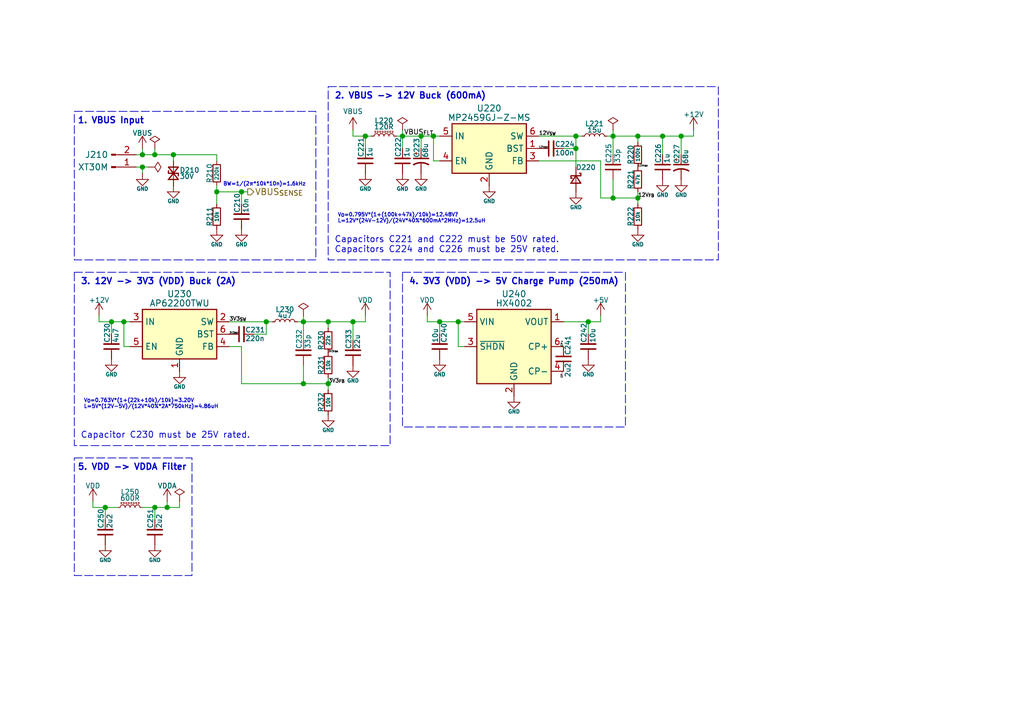
<source format=kicad_sch>
(kicad_sch (version 20250114) (generator "eeschema") (generator_version "9.0")
  (paper "A5")
  (lib_symbols
    (symbol "Bluesat:C_CompactH" (pin_numbers (hide yes)) (pin_names (offset 0.254) (hide yes))
      (property "Reference" "C" (at 0.762 0.889 0))
      (property "Value" "C_CompactH" (at -0.762 0.889 0))
      (symbol "C_CompactH_0_1"
        (polyline (pts (xy -0.508 -1.524) (xy -0.508 1.524)) (stroke (width 0.3048)))
        (polyline (pts (xy 0.508 -1.524) (xy 0.508 1.524)) (stroke (width 0.3302)))
      )
      (symbol "C_CompactH_1_1"
        (pin passive line (at -2.54 0 0) (length 2.032) (name "~") (number "1"))
        (pin passive line (at 2.54 0 180) (length 2.032) (name "~") (number "2"))
      )
    )
    (symbol "Bluesat:C_CompactV" (pin_numbers (hide yes)) (pin_names (offset 0.254) (hide yes))
      (property "Reference" "C" (at 0.889 0.762 90))
      (property "Value" "C_CompactV" (at -0.889 0.762 90))
      (symbol "C_CompactV_0_1"
        (polyline (pts (xy -1.524 0.508) (xy 1.524 0.508)) (stroke (width 0.3302)))
        (polyline (pts (xy -1.524 -0.508) (xy 1.524 -0.508)) (stroke (width 0.3048)))
      )
      (symbol "C_CompactV_1_1"
        (pin passive line (at 0 2.54 270) (length 2.032) (name "~") (number "2"))
        (pin passive line (at 0 -2.54 90) (length 2.032) (name "~") (number "1"))
      )
    )
    (symbol "Bluesat:MP2459GJ-Z-MS"
      (property "Reference" "U" (at -7.62 6.35 0))
      (property "Value" "MP2459GJ-Z-MS" (at 2.54 6.35 0))
      (symbol "MP2459GJ-Z-MS_0_1"
        (rectangle (start -7.62 5.08) (end 7.62 -5.08) (stroke (width 0.254)) (fill (type background)))
      )
      (symbol "MP2459GJ-Z-MS_1_1"
        (pin power_in line (at -10.16 2.54 0) (length 2.54) (name "IN") (number "5"))
        (pin passive line (at -10.16 -2.54 0) (length 2.54) (name "EN") (number "4"))
        (pin power_in line (at 0 -7.62 90) (length 2.54) (name "GND") (number "2"))
        (pin output line (at 10.16 2.54 180) (length 2.54) (name "SW") (number "6"))
        (pin passive line (at 10.16 0 180) (length 2.54) (name "BST") (number "1"))
        (pin input line (at 10.16 -2.54 180) (length 2.54) (name "FB") (number "3"))
      )
    )
    (symbol "Bluesat:R_CompactV" (pin_numbers (hide yes)) (pin_names (offset 0.254) (hide yes))
      (property "Reference" "R" (at -0.889 0 90))
      (property "Value" "R_CompactV" (at 0 0 90))
      (symbol "R_CompactV_0_1"
        (rectangle (start -0.762 1.778) (end 0.762 -1.778) (stroke (width 0.2032)))
      )
      (symbol "R_CompactV_1_1"
        (pin passive line (at 0 2.54 270) (length 0.762) (name "~") (number "1"))
        (pin passive line (at 0 -2.54 90) (length 0.762) (name "~") (number "2"))
      )
    )
    (symbol "C_CompactV_1" (pin_numbers (hide yes)) (pin_names (offset 0.254) (hide yes))
      (property "Reference" "C" (at -0.889 0.762 90))
      (property "Value" "C_CompactV" (at 0.889 0.762 90))
      (symbol "C_CompactV_1_0_1"
        (polyline (pts (xy 1.524 0.508) (xy -1.524 0.508)) (stroke (width 0.3302)))
        (polyline (pts (xy 1.524 -0.508) (xy -1.524 -0.508)) (stroke (width 0.3048)))
      )
      (symbol "C_CompactV_1_1_1"
        (pin passive line (at 0 2.54 270) (length 2.032) (name "~") (number "2"))
        (pin passive line (at 0 -2.54 90) (length 2.032) (name "~") (number "1"))
      )
    )
    (symbol "C_CompactV_2" (pin_numbers (hide yes)) (pin_names (offset 0.254) (hide yes))
      (property "Reference" "C" (at -0.889 0.762 90))
      (property "Value" "C_CompactV" (at 0.889 0.762 90))
      (symbol "C_CompactV_2_0_1"
        (polyline (pts (xy 1.524 0.508) (xy -1.524 0.508)) (stroke (width 0.3302)))
        (polyline (pts (xy 1.524 -0.508) (xy -1.524 -0.508)) (stroke (width 0.3048)))
      )
      (symbol "C_CompactV_2_1_1"
        (pin passive line (at 0 2.54 270) (length 2.032) (name "~") (number "2"))
        (pin passive line (at 0 -2.54 90) (length 2.032) (name "~") (number "1"))
      )
    )
    (symbol "Connector:Conn_01x02_Pin" (pin_names (offset 1.016) (hide yes))
      (property "Reference" "J" (at 0 2.54 0))
      (property "Value" "Conn_01x02_Pin" (at 0 -5.08 0))
      (symbol "Conn_01x02_Pin_1_1"
        (rectangle (start 0.8636 0.127) (end 0 -0.127) (stroke (width 0.1524)) (fill (type outline)))
        (rectangle (start 0.8636 -2.413) (end 0 -2.667) (stroke (width 0.1524)) (fill (type outline)))
        (polyline (pts (xy 1.27 0) (xy 0.8636 0)) (stroke (width 0.1524)))
        (polyline (pts (xy 1.27 -2.54) (xy 0.8636 -2.54)) (stroke (width 0.1524)))
        (pin passive line (at 5.08 0 180) (length 3.81) (name "Pin_1") (number "1"))
        (pin passive line (at 5.08 -2.54 180) (length 3.81) (name "Pin_2") (number "2"))
      )
    )
    (symbol "Device:C_Polarized_Small_US" (pin_numbers (hide yes)) (pin_names (offset 0.254) (hide yes))
      (property "Reference" "C" (at 0.254 1.778 0))
      (property "Value" "C_Polarized_Small_US" (at 0.254 -2.032 0))
      (symbol "C_Polarized_Small_US_0_1"
        (polyline (pts (xy -1.524 0.508) (xy 1.524 0.508)) (stroke (width 0.3048)))
        (polyline (pts (xy -1.27 1.524) (xy -0.762 1.524)))
        (polyline (pts (xy -1.016 1.27) (xy -1.016 1.778)))
        (arc (start -1.524 -0.762) (mid 0 -0.3734) (end 1.524 -0.762) (stroke (width 0.3048)))
      )
      (symbol "C_Polarized_Small_US_1_1"
        (pin passive line (at 0 2.54 270) (length 2.032) (name "~") (number "1"))
        (pin passive line (at 0 -2.54 90) (length 2.032) (name "~") (number "2"))
      )
    )
    (symbol "Device:D_Schottky_Small" (pin_numbers (hide yes)) (pin_names (offset 0.254) (hide yes))
      (property "Reference" "D" (at -1.27 2.032 0))
      (property "Value" "D_Schottky_Small" (at -7.112 -2.032 0))
      (symbol "D_Schottky_Small_0_1"
        (polyline (pts (xy -1.27 0.762) (xy -1.27 1.016) (xy -0.762 1.016) (xy -0.762 -1.016) (xy -0.254 -1.016) (xy -0.254 -0.762)) (stroke (width 0.254)))
        (polyline (pts (xy -0.762 0) (xy 0.762 0)))
        (polyline (pts (xy 0.762 -1.016) (xy -0.762 0) (xy 0.762 1.016) (xy 0.762 -1.016)) (stroke (width 0.254)))
      )
      (symbol "D_Schottky_Small_1_1"
        (pin passive line (at -2.54 0 0) (length 1.778) (name "K") (number "1"))
        (pin passive line (at 2.54 0 180) (length 1.778) (name "A") (number "2"))
      )
    )
    (symbol "Device:D_TVS_Small" (pin_numbers (hide yes)) (pin_names (offset 1.016) (hide yes))
      (property "Reference" "D" (at 0 2.54 0))
      (property "Value" "D_TVS_Small" (at 0 -2.54 0))
      (symbol "D_TVS_Small_0_1"
        (polyline (pts (xy -1.27 1.016) (xy -1.27 -1.016) (xy 1.27 1.016) (xy 1.27 -1.016) (xy -1.27 1.016)) (stroke (width 0.254)))
        (polyline (pts (xy -1.27 0) (xy 1.27 0)))
        (polyline (pts (xy 0.508 1.016) (xy 0 1.016) (xy 0 -1.016) (xy -0.508 -1.016)) (stroke (width 0.254)))
      )
      (symbol "D_TVS_Small_1_1"
        (pin passive line (at -2.54 0 0) (length 1.27) (name "A1") (number "1"))
        (pin passive line (at 2.54 0 180) (length 1.27) (name "A2") (number "2"))
      )
    )
    (symbol "Device:L_Ferrite_Small" (pin_numbers (hide yes)) (pin_names (offset 0.254) (hide yes))
      (property "Reference" "L" (at 1.27 1.016 0))
      (property "Value" "L_Ferrite_Small" (at 1.27 -1.27 0))
      (symbol "L_Ferrite_Small_0_1"
        (arc (start 0 2.032) (mid 0.5058 1.524) (end 0 1.016))
        (arc (start 0 1.016) (mid 0.5058 0.508) (end 0 0))
        (arc (start 0 0) (mid 0.5058 -0.508) (end 0 -1.016))
        (arc (start 0 -1.016) (mid 0.5058 -1.524) (end 0 -2.032))
        (polyline (pts (xy 0.762 1.651) (xy 0.762 1.905)))
        (polyline (pts (xy 0.762 1.143) (xy 0.762 1.397)))
        (polyline (pts (xy 0.762 0.635) (xy 0.762 0.889)))
        (polyline (pts (xy 0.762 0.127) (xy 0.762 0.381)))
        (polyline (pts (xy 0.762 -0.381) (xy 0.762 -0.127)))
        (polyline (pts (xy 0.762 -0.889) (xy 0.762 -0.635)))
        (polyline (pts (xy 0.762 -1.397) (xy 0.762 -1.143)))
        (polyline (pts (xy 0.762 -1.905) (xy 0.762 -1.651)))
        (polyline (pts (xy 1.016 1.905) (xy 1.016 1.651)))
        (polyline (pts (xy 1.016 1.397) (xy 1.016 1.143)))
        (polyline (pts (xy 1.016 0.889) (xy 1.016 0.635)))
        (polyline (pts (xy 1.016 0.381) (xy 1.016 0.127)))
        (polyline (pts (xy 1.016 -0.127) (xy 1.016 -0.381)))
        (polyline (pts (xy 1.016 -0.635) (xy 1.016 -0.889)))
        (polyline (pts (xy 1.016 -1.143) (xy 1.016 -1.397)))
        (polyline (pts (xy 1.016 -1.651) (xy 1.016 -1.905)))
      )
      (symbol "L_Ferrite_Small_1_1"
        (pin passive line (at 0 2.54 270) (length 0.508) (name "~") (number "1"))
        (pin passive line (at 0 -2.54 90) (length 0.508) (name "~") (number "2"))
      )
    )
    (symbol "Device:L_Small" (pin_numbers (hide yes)) (pin_names (offset 0.254) (hide yes))
      (property "Reference" "L" (at 0.762 1.016 0))
      (property "Value" "L_Small" (at 0.762 -1.016 0))
      (symbol "L_Small_0_1"
        (arc (start 0 2.032) (mid 0.5058 1.524) (end 0 1.016))
        (arc (start 0 1.016) (mid 0.5058 0.508) (end 0 0))
        (arc (start 0 0) (mid 0.5058 -0.508) (end 0 -1.016))
        (arc (start 0 -1.016) (mid 0.5058 -1.524) (end 0 -2.032))
      )
      (symbol "L_Small_1_1"
        (pin passive line (at 0 2.54 270) (length 0.508) (name "~") (number "1"))
        (pin passive line (at 0 -2.54 90) (length 0.508) (name "~") (number "2"))
      )
    )
    (symbol "Regulator_SwitchedCapacitor:LTC1754"
      (property "Reference" "U" (at -7.62 10.16 0))
      (property "Value" "LTC1754" (at 5.08 10.16 0))
      (symbol "LTC1754_0_1"
        (rectangle (start -7.62 7.62) (end 7.62 -7.62) (stroke (width 0.254)) (fill (type background)))
      )
      (symbol "LTC1754_1_1"
        (pin power_in line (at -10.16 5.08 0) (length 2.54) (name "VIN") (number "5"))
        (pin input line (at -10.16 0 0) (length 2.54) (name "~{SHDN}") (number "3"))
        (pin power_in line (at 0 -10.16 90) (length 2.54) (name "GND") (number "2"))
        (pin power_out line (at 10.16 5.08 180) (length 2.54) (name "VOUT") (number "1"))
        (pin passive line (at 10.16 0 180) (length 2.54) (name "CP+") (number "6"))
        (pin passive line (at 10.16 -5.08 180) (length 2.54) (name "CP-") (number "4"))
      )
    )
    (symbol "Regulator_Switching:AP62300WU"
      (property "Reference" "U" (at -7.62 6.35 0))
      (property "Value" "AP62300WU" (at 2.54 6.35 0))
      (symbol "AP62300WU_0_1"
        (rectangle (start -7.62 5.08) (end 7.62 -5.08) (stroke (width 0.254)) (fill (type background)))
      )
      (symbol "AP62300WU_1_1"
        (pin power_in line (at -10.16 2.54 0) (length 2.54) (name "IN") (number "3"))
        (pin passive line (at -10.16 -2.54 0) (length 2.54) (name "EN") (number "5"))
        (pin power_in line (at 0 -7.62 90) (length 2.54) (name "GND") (number "1"))
        (pin output line (at 10.16 2.54 180) (length 2.54) (name "SW") (number "2"))
        (pin passive line (at 10.16 0 180) (length 2.54) (name "BST") (number "6"))
        (pin input line (at 10.16 -2.54 180) (length 2.54) (name "FB") (number "4"))
      )
    )
    (symbol "power:+12V" (power) (pin_numbers (hide yes)) (pin_names (offset 0) (hide yes))
      (property "Value" "+12V" (at 0 3.556 0))
      (symbol "+12V_0_1"
        (polyline (pts (xy -0.762 1.27) (xy 0 2.54)))
        (polyline (pts (xy 0 2.54) (xy 0.762 1.27)))
        (polyline (pts (xy 0 0) (xy 0 2.54)))
      )
      (symbol "+12V_1_1"
        (pin power_in line (at 0 0 90) (length 0) (name "~") (number "1"))
      )
    )
    (symbol "power:+5V" (power) (pin_numbers (hide yes)) (pin_names (offset 0) (hide yes))
      (property "Value" "+5V" (at 0 3.556 0))
      (symbol "+5V_0_1"
        (polyline (pts (xy -0.762 1.27) (xy 0 2.54)))
        (polyline (pts (xy 0 2.54) (xy 0.762 1.27)))
        (polyline (pts (xy 0 0) (xy 0 2.54)))
      )
      (symbol "+5V_1_1"
        (pin power_in line (at 0 0 90) (length 0) (name "~") (number "1"))
      )
    )
    (symbol "power:GND" (power) (pin_numbers (hide yes)) (pin_names (offset 0) (hide yes))
      (property "Value" "GND" (at 0 -3.81 0))
      (symbol "GND_0_1"
        (polyline (pts (xy 0 0) (xy 0 -1.27) (xy 1.27 -1.27) (xy 0 -2.54) (xy -1.27 -1.27) (xy 0 -1.27)))
      )
      (symbol "GND_1_1"
        (pin power_in line (at 0 0 270) (length 0) (name "~") (number "1"))
      )
    )
    (symbol "power:PWR_FLAG" (power) (pin_numbers (hide yes)) (pin_names (offset 0) (hide yes))
      (property "Value" "PWR_FLAG" (at 0 3.81 0))
      (symbol "PWR_FLAG_0_0"
        (pin power_out line (at 0 0 90) (length 0) (name "~") (number "1"))
      )
      (symbol "PWR_FLAG_0_1"
        (polyline (pts (xy 0 0) (xy 0 1.27) (xy -1.016 1.905) (xy 0 2.54) (xy 1.016 1.905) (xy 0 1.27)))
      )
    )
    (symbol "power:VBUS" (power) (pin_numbers (hide yes)) (pin_names (offset 0) (hide yes))
      (property "Value" "VBUS" (at 0 3.556 0))
      (symbol "VBUS_0_1"
        (polyline (pts (xy -0.762 1.27) (xy 0 2.54)))
        (polyline (pts (xy 0 2.54) (xy 0.762 1.27)))
        (polyline (pts (xy 0 0) (xy 0 2.54)))
      )
      (symbol "VBUS_1_1"
        (pin power_in line (at 0 0 90) (length 0) (name "~") (number "1"))
      )
    )
    (symbol "power:VDD" (power) (pin_numbers (hide yes)) (pin_names (offset 0) (hide yes))
      (property "Value" "VDD" (at 0 3.556 0))
      (symbol "VDD_0_1"
        (polyline (pts (xy -0.762 1.27) (xy 0 2.54)))
        (polyline (pts (xy 0 2.54) (xy 0.762 1.27)))
        (polyline (pts (xy 0 0) (xy 0 2.54)))
      )
      (symbol "VDD_1_1"
        (pin power_in line (at 0 0 90) (length 0) (name "~") (number "1"))
      )
    )
    (symbol "power:VDDA" (power) (pin_numbers (hide yes)) (pin_names (offset 0) (hide yes))
      (property "Value" "VDDA" (at 0 3.556 0))
      (symbol "VDDA_0_1"
        (polyline (pts (xy -0.762 1.27) (xy 0 2.54)))
        (polyline (pts (xy 0 2.54) (xy 0.762 1.27)))
        (polyline (pts (xy 0 0) (xy 0 2.54)))
      )
      (symbol "VDDA_1_1"
        (pin power_in line (at 0 0 90) (length 0) (name "~") (number "1"))
      )
    )
  )
  (rectangle (start 82.55 55.88) (end 128.27 87.63) (stroke (width 0) (type dash)))
  (rectangle (start 15.24 22.86) (end 64.77 53.34) (stroke (width 0) (type dash)))
  (rectangle (start 15.24 55.88) (end 80.01 91.44) (stroke (width 0) (type dash)))
  (rectangle (start 67.31 17.78) (end 147.32 53.34) (stroke (width 0) (type dash)))
  (rectangle (start 15.24 93.98) (end 39.37 118.11) (stroke (width 0) (type dash)))
  (text "2. VBUS -> 12V Buck (600mA)" (at 68.58 19.05 0) (effects (font (size 1.27 1.27) (thickness 0.254) (bold yes)) (justify left top)))
  (text "V_{O}=0.795V*(1+(100k+47k)/10k)=12.48V\r\nL=12V*(24V-12V)/(24V*40%*600mA*2MHz)=12.5uH" (at 69.215 43.815 0) (effects (font (size 0.762 0.762)) (justify left top)))
  (text "4. 3V3 (VDD) -> 5V Charge Pump (250mA)" (at 83.82 57.15 0) (effects (font (size 1.27 1.27) (thickness 0.254) (bold yes)) (justify left top)))
  (text "Capacitor C230 must be 25V rated." (at 16.51 90.17 0) (effects (font (size 1.27 1.27)) (justify left bottom)))
  (text "Capacitors C221 and C222 must be 50V rated.\nCapacitors C224 and C226 must be 25V rated." (at 68.58 52.07 0) (effects (font (size 1.27 1.27)) (justify left bottom)))
  (text "1. VBUS Input" (at 15.875 24.13 0) (effects (font (size 1.27 1.27) (thickness 0.254) (bold yes)) (justify left top)))
  (text "BW=1/(2π*10k*10n)=1.6kHz" (at 45.72 37.465 0) (effects (font (size 0.762 0.762)) (justify left top)))
  (text "V_{O}=0.763V*(1+(22k+10k)/10k)=3.20V\nL=5V*(12V-5V)/(12V*40%*2A*750kHz)=4.86uH" (at 17.145 81.915 0) (effects (font (size 0.762 0.762)) (justify left top)))
  (text "3. 12V -> 3V3 (VDD) Buck (2A)" (at 16.51 57.15 0) (effects (font (size 1.27 1.27) (thickness 0.254) (bold yes)) (justify left top)))
  (text "5. VDD -> VDDA Filter" (at 15.875 95.25 0) (effects (font (size 1.27 1.27) (thickness 0.254) (bold yes)) (justify left top)))
  (junction (at 54.61 66.04))
  (junction (at 29.21 34.29))
  (junction (at 67.31 66.04))
  (junction (at 139.7 27.94))
  (junction (at 31.75 31.75))
  (junction (at 31.75 104.14))
  (junction (at 82.55 27.94))
  (junction (at 29.21 31.75))
  (junction (at 86.36 27.94))
  (junction (at 130.81 40.64))
  (junction (at 62.23 66.04))
  (junction (at 34.29 104.14))
  (junction (at 135.89 27.94))
  (junction (at 74.93 27.94))
  (junction (at 120.65 66.04))
  (junction (at 93.98 66.04))
  (junction (at 125.73 40.64))
  (junction (at 72.39 66.04))
  (junction (at 88.9 27.94))
  (junction (at 90.17 66.04))
  (junction (at 118.11 27.94))
  (junction (at 130.81 27.94))
  (junction (at 49.53 39.37))
  (junction (at 21.59 104.14))
  (junction (at 62.23 78.74))
  (junction (at 25.4 66.04))
  (junction (at 44.45 39.37))
  (junction (at 67.31 78.74))
  (junction (at 118.11 30.48))
  (junction (at 125.73 27.94))
  (junction (at 35.56 31.75))
  (junction (at 22.86 66.04))
  (wire (pts (xy 31.75 106.68) (xy 31.75 104.14)))
  (wire (pts (xy 36.83 102.87) (xy 36.83 104.14)))
  (wire (pts (xy 93.98 66.04) (xy 95.25 66.04)))
  (wire (pts (xy 26.67 71.12) (xy 25.4 71.12)))
  (wire (pts (xy 118.11 30.48) (xy 118.11 34.29)))
  (wire (pts (xy 62.23 78.74) (xy 67.31 78.74)))
  (wire (pts (xy 67.31 67.31) (xy 67.31 66.04)))
  (wire (pts (xy 72.39 27.94) (xy 74.93 27.94)))
  (wire (pts (xy 67.31 77.47) (xy 67.31 78.74)))
  (wire (pts (xy 82.55 27.94) (xy 86.36 27.94)))
  (wire (pts (xy 67.31 78.74) (xy 67.31 80.01)))
  (wire (pts (xy 35.56 31.75) (xy 35.56 33.02)))
  (wire (pts (xy 29.21 30.48) (xy 29.21 31.75)))
  (wire (pts (xy 123.19 40.64) (xy 125.73 40.64)))
  (wire (pts (xy 130.81 27.94) (xy 135.89 27.94)))
  (wire (pts (xy 139.7 31.75) (xy 139.7 27.94)))
  (wire (pts (xy 52.07 68.58) (xy 54.61 68.58)))
  (wire (pts (xy 82.55 26.67) (xy 82.55 27.94)))
  (wire (pts (xy 88.9 27.94) (xy 90.17 27.94)))
  (wire (pts (xy 19.05 104.14) (xy 21.59 104.14)))
  (wire (pts (xy 54.61 66.04) (xy 55.88 66.04)))
  (wire (pts (xy 139.7 27.94) (xy 142.24 27.94)))
  (wire (pts (xy 49.53 39.37) (xy 49.53 41.91)))
  (wire (pts (xy 22.86 66.04) (xy 22.86 68.58)))
  (wire (pts (xy 54.61 66.04) (xy 54.61 68.58)))
  (wire (pts (xy 86.36 27.94) (xy 86.36 30.48)))
  (wire (pts (xy 67.31 66.04) (xy 72.39 66.04)))
  (wire (pts (xy 118.11 27.94) (xy 119.38 27.94)))
  (wire (pts (xy 25.4 66.04) (xy 26.67 66.04)))
  (wire (pts (xy 135.89 27.94) (xy 135.89 31.75)))
  (wire (pts (xy 130.81 29.21) (xy 130.81 27.94)))
  (wire (pts (xy 62.23 78.74) (xy 49.53 78.74)))
  (wire (pts (xy 120.65 66.04) (xy 123.19 66.04)))
  (wire (pts (xy 21.59 104.14) (xy 21.59 106.68)))
  (wire (pts (xy 35.56 31.75) (xy 44.45 31.75)))
  (wire (pts (xy 125.73 40.64) (xy 130.81 40.64)))
  (wire (pts (xy 95.25 71.12) (xy 93.98 71.12)))
  (wire (pts (xy 74.93 66.04) (xy 74.93 64.77)))
  (wire (pts (xy 90.17 33.02) (xy 88.9 33.02)))
  (wire (pts (xy 72.39 69.85) (xy 72.39 66.04)))
  (wire (pts (xy 88.9 27.94) (xy 86.36 27.94)))
  (wire (pts (xy 19.05 104.14) (xy 19.05 102.87)))
  (wire (pts (xy 62.23 66.04) (xy 62.23 69.85)))
  (wire (pts (xy 62.23 64.77) (xy 62.23 66.04)))
  (wire (pts (xy 120.65 66.04) (xy 120.65 68.58)))
  (wire (pts (xy 123.19 33.02) (xy 123.19 40.64)))
  (wire (pts (xy 29.21 104.14) (xy 31.75 104.14)))
  (wire (pts (xy 31.75 30.48) (xy 31.75 31.75)))
  (wire (pts (xy 130.81 40.64) (xy 130.81 41.91)))
  (wire (pts (xy 115.57 66.04) (xy 120.65 66.04)))
  (wire (pts (xy 125.73 27.94) (xy 130.81 27.94)))
  (wire (pts (xy 125.73 36.83) (xy 125.73 40.64)))
  (wire (pts (xy 21.59 104.14) (xy 24.13 104.14)))
  (wire (pts (xy 72.39 66.04) (xy 74.93 66.04)))
  (wire (pts (xy 25.4 66.04) (xy 25.4 71.12)))
  (wire (pts (xy 46.99 66.04) (xy 54.61 66.04)))
  (wire (pts (xy 20.32 66.04) (xy 22.86 66.04)))
  (wire (pts (xy 29.21 34.29) (xy 30.48 34.29)))
  (wire (pts (xy 62.23 66.04) (xy 67.31 66.04)))
  (wire (pts (xy 90.17 66.04) (xy 93.98 66.04)))
  (wire (pts (xy 44.45 38.1) (xy 44.45 39.37)))
  (wire (pts (xy 31.75 104.14) (xy 34.29 104.14)))
  (wire (pts (xy 22.86 66.04) (xy 25.4 66.04)))
  (wire (pts (xy 29.21 31.75) (xy 31.75 31.75)))
  (wire (pts (xy 49.53 78.74) (xy 49.53 71.12)))
  (wire (pts (xy 62.23 66.04) (xy 60.96 66.04)))
  (wire (pts (xy 87.63 66.04) (xy 87.63 64.77)))
  (wire (pts (xy 31.75 31.75) (xy 35.56 31.75)))
  (wire (pts (xy 62.23 74.93) (xy 62.23 78.74)))
  (wire (pts (xy 130.81 39.37) (xy 130.81 40.64)))
  (wire (pts (xy 124.46 27.94) (xy 125.73 27.94)))
  (wire (pts (xy 27.94 31.75) (xy 29.21 31.75)))
  (wire (pts (xy 44.45 33.02) (xy 44.45 31.75)))
  (wire (pts (xy 29.21 34.29) (xy 29.21 35.56)))
  (wire (pts (xy 93.98 71.12) (xy 93.98 66.04)))
  (wire (pts (xy 34.29 104.14) (xy 34.29 102.87)))
  (wire (pts (xy 125.73 27.94) (xy 125.73 31.75)))
  (wire (pts (xy 87.63 66.04) (xy 90.17 66.04)))
  (wire (pts (xy 81.28 27.94) (xy 82.55 27.94)))
  (wire (pts (xy 90.17 66.04) (xy 90.17 68.58)))
  (wire (pts (xy 49.53 71.12) (xy 46.99 71.12)))
  (wire (pts (xy 74.93 27.94) (xy 74.93 30.48)))
  (wire (pts (xy 44.45 39.37) (xy 44.45 41.91)))
  (wire (pts (xy 125.73 26.67) (xy 125.73 27.94)))
  (wire (pts (xy 115.57 30.48) (xy 118.11 30.48)))
  (wire (pts (xy 44.45 39.37) (xy 49.53 39.37)))
  (wire (pts (xy 123.19 64.77) (xy 123.19 66.04)))
  (wire (pts (xy 36.83 104.14) (xy 34.29 104.14)))
  (wire (pts (xy 49.53 39.37) (xy 50.8 39.37)))
  (wire (pts (xy 118.11 27.94) (xy 118.11 30.48)))
  (wire (pts (xy 82.55 27.94) (xy 82.55 30.48)))
  (wire (pts (xy 20.32 66.04) (xy 20.32 64.77)))
  (wire (pts (xy 142.24 27.94) (xy 142.24 26.67)))
  (wire (pts (xy 110.49 27.94) (xy 118.11 27.94)))
  (wire (pts (xy 74.93 27.94) (xy 76.2 27.94)))
  (wire (pts (xy 135.89 27.94) (xy 139.7 27.94)))
  (wire (pts (xy 72.39 27.94) (xy 72.39 26.67)))
  (wire (pts (xy 88.9 27.94) (xy 88.9 33.02)))
  (wire (pts (xy 110.49 33.02) (xy 123.19 33.02)))
  (wire (pts (xy 27.94 34.29) (xy 29.21 34.29)))
  (label "12V_{BST}" (at 110.49 30.48 0) (effects (font (size 0.381 0.381))))
  (label "3V3_{SW}" (at 46.99 66.04 0) (effects (font (size 0.762 0.762))))
  (label "3V3_{FBM}" (at 67.31 72.39 0) (effects (font (size 0.381 0.381))))
  (label "VBUS_{FLT}" (at 88.9 27.94 180) (effects (font (size 1.016 1.016))))
  (label "12V_{FB}" (at 130.81 40.64 0) (effects (font (size 0.762 0.762))))
  (label "12V_{FBM}" (at 130.81 34.29 0) (effects (font (size 0.381 0.381))))
  (label "3V3_{BST}" (at 46.99 68.58 0) (effects (font (size 0.381 0.381))))
  (label "12V_{SW}" (at 110.49 27.94 0) (effects (font (size 0.762 0.762))))
  (label "CP+" (at 115.57 71.12 90) (effects (font (size 0.381 0.381))))
  (label "3V3_{FB}" (at 67.31 78.74 0) (effects (font (size 0.762 0.762))))
  (label "CP-" (at 115.57 76.2 270) (effects (font (size 0.381 0.381))))
  (hierarchical_label "VBUS_{SENSE}" (shape output) (at 50.8 39.37 0))
  (symbol (lib_id "power:GND") (at 29.21 35.56 0) (unit 1)
    (property "Reference" "#PWR0202" (effects (hide yes)))
    (property "Value" "GND" (at 29.21 38.735 0) (effects (font (size 0.762 0.762))))
    (property "Description" "Power symbol creates a global label with name \"GND\" , ground" (effects (hide yes)))
  )
  (symbol (lib_id "power:GND") (at 130.81 46.99 0) (unit 1)
    (property "Reference" "#PWR0210" (effects (hide yes)))
    (property "Value" "GND" (at 130.81 50.165 0) (effects (font (size 0.762 0.762))))
    (property "Description" "Power symbol creates a global label with name \"GND\" , ground" (effects (hide yes)))
  )
  (symbol (lib_id "Bluesat:R_CompactV") (at 130.81 31.75 0) (unit 1)
    (property "Reference" "R220" (at 129.921 31.75 90) (effects (font (size 1.016 1.016)) (justify bottom)))
    (property "Value" "100k" (at 130.81 31.75 90) (effects (font (size 0.762 0.762))))
    (property "Footprint" "Resistor_SMD:R_0402_1005Metric" (effects (hide yes)))
    (property "Description" "Resistor, compact symbol" (effects (hide yes)))
  )
  (symbol (lib_id "Bluesat:C_CompactV") (at 113.03 30.48 270) (mirror x) (unit 1)
    (property "Reference" "C224" (at 113.792 29.591 90) (effects (font (size 1.016 1.016)) (justify left)))
    (property "Value" "100n" (at 113.792 31.369 90) (effects (font (size 1.016 1.016)) (justify left)))
    (property "Footprint" "Capacitor_SMD:C_0402_1005Metric" (effects (hide yes)))
    (property "Description" "Unpolarized capacitor, compact symbol" (effects (hide yes)))
  )
  (symbol (lib_name "C_CompactV_2") (lib_id "Bluesat:C_CompactV") (at 135.89 34.29 0) (unit 1)
    (property "Reference" "C226" (at 135.001 33.528 90) (effects (font (size 1.016 1.016)) (justify left)))
    (property "Value" "1u" (at 136.779 33.528 90) (effects (font (size 1.016 1.016)) (justify left)))
    (property "Footprint" "Capacitor_SMD:C_0805_2012Metric" (effects (hide yes)))
    (property "Description" "Unpolarized capacitor, compact symbol" (effects (hide yes)))
  )
  (symbol (lib_id "power:GND") (at 86.36 35.56 0) (unit 1)
    (property "Reference" "#PWR0233" (effects (hide yes)))
    (property "Value" "GND" (at 86.36 38.735 0) (effects (font (size 0.762 0.762))))
    (property "Description" "Power symbol creates a global label with name \"GND\" , ground" (effects (hide yes)))
  )
  (symbol (lib_id "Bluesat:C_CompactV") (at 49.53 44.45 0) (mirror y) (unit 1)
    (property "Reference" "C210" (at 48.641 43.688 90) (effects (font (size 1.016 1.016)) (justify left)))
    (property "Value" "10n" (at 50.419 43.688 90) (effects (font (size 1.016 1.016)) (justify left)))
    (property "Footprint" "Capacitor_SMD:C_0402_1005Metric" (effects (hide yes)))
    (property "Description" "Unpolarized capacitor, compact symbol" (effects (hide yes)))
  )
  (symbol (lib_id "power:GND") (at 44.45 46.99 0) (unit 1)
    (property "Reference" "#PWR0204" (effects (hide yes)))
    (property "Value" "GND" (at 44.45 50.165 0) (effects (font (size 0.762 0.762))))
    (property "Description" "Power symbol creates a global label with name \"GND\" , ground" (effects (hide yes)))
  )
  (symbol (lib_id "Device:L_Small") (at 58.42 66.04 90) (unit 1)
    (property "Reference" "L230" (at 58.42 63.5 90) (effects (font (size 1.016 1.016))))
    (property "Value" "4u7" (at 58.42 64.77 90) (effects (font (size 1.016 1.016))))
    (property "Footprint" "Inductor_SMD:L_Changjiang_FNR4020S" (effects (hide yes)))
    (property "Description" "Inductor, small symbol" (effects (hide yes)))
  )
  (symbol (lib_id "power:GND") (at 67.31 85.09 0) (unit 1)
    (property "Reference" "#PWR0216" (effects (hide yes)))
    (property "Value" "GND" (at 67.31 88.265 0) (effects (font (size 0.762 0.762))))
    (property "Description" "Power symbol creates a global label with name \"GND\" , ground" (effects (hide yes)))
  )
  (symbol (lib_id "power:GND") (at 139.7 36.83 0) (unit 1)
    (property "Reference" "#PWR0211" (effects (hide yes)))
    (property "Value" "GND" (at 139.7 40.005 0) (effects (font (size 0.762 0.762))))
    (property "Description" "Power symbol creates a global label with name \"GND\" , ground" (effects (hide yes)))
  )
  (symbol (lib_id "Bluesat:R_CompactV") (at 67.31 82.55 0) (unit 1)
    (property "Reference" "R232" (at 66.421 82.55 90) (effects (font (size 1.016 1.016)) (justify bottom)))
    (property "Value" "10k" (at 67.31 82.55 90) (effects (font (size 0.762 0.762))))
    (property "Footprint" "Resistor_SMD:R_0402_1005Metric" (effects (hide yes)))
    (property "Description" "Resistor, compact symbol" (effects (hide yes)))
  )
  (symbol (lib_id "power:GND") (at 21.59 111.76 0) (unit 1)
    (property "Reference" "#PWR0225" (effects (hide yes)))
    (property "Value" "GND" (at 21.59 114.935 0) (effects (font (size 0.762 0.762))))
    (property "Description" "Power symbol creates a global label with name \"GND\" , ground" (effects (hide yes)))
  )
  (symbol (lib_id "Regulator_SwitchedCapacitor:LTC1754") (at 105.41 71.12 0) (unit 1)
    (property "Reference" "U240" (at 105.41 60.325 0))
    (property "Value" "HX4002" (at 105.41 62.23 0))
    (property "Footprint" "Package_TO_SOT_SMD:SOT-23-6" (effects (hide yes)))
    (property "Datasheet" "https://www.analog.com/media/en/technical-documentation/data-sheets/175435f.pdf" (effects (hide yes)))
    (property "Description" "40mA charge-pump, SOT-23-6" (effects (hide yes)))
  )
  (symbol (lib_id "power:VDD") (at 74.93 64.77 0) (unit 1)
    (property "Reference" "#PWR0223" (effects (hide yes)))
    (property "Value" "VDD" (at 74.93 61.595 0) (effects (font (size 1.016 1.016))))
    (property "Description" "Power symbol creates a global label with name \"VDD\"" (effects (hide yes)))
  )
  (symbol (lib_id "power:PWR_FLAG") (at 82.55 26.67 0) (unit 1)
    (property "Reference" "#FLG0207" (effects (hide yes)))
    (property "Value" "PWR_FLAG" (effects (hide yes)))
    (property "Description" "Special symbol for telling ERC where power comes from" (effects (hide yes)))
  )
  (symbol (lib_id "power:GND") (at 82.55 35.56 0) (unit 1)
    (property "Reference" "#PWR0229" (effects (hide yes)))
    (property "Value" "GND" (at 82.55 38.735 0) (effects (font (size 0.762 0.762))))
    (property "Description" "Power symbol creates a global label with name \"GND\" , ground" (effects (hide yes)))
  )
  (symbol (lib_id "Device:D_Schottky_Small") (at 118.11 36.83 270) (unit 1)
    (property "Reference" "D220" (at 118.11 34.925 90) (effects (font (size 1.016 1.016)) (justify left bottom)))
    (property "Value" "D_Schottky_Small" (effects (hide yes)))
    (property "Footprint" "Diode_SMD:D_SOD-123" (effects (hide yes)))
    (property "Description" "Schottky diode, small symbol" (effects (hide yes)))
  )
  (symbol (lib_id "power:GND") (at 135.89 36.83 0) (unit 1)
    (property "Reference" "#PWR0231" (effects (hide yes)))
    (property "Value" "GND" (at 135.89 40.005 0) (effects (font (size 0.762 0.762))))
    (property "Description" "Power symbol creates a global label with name \"GND\" , ground" (effects (hide yes)))
  )
  (symbol (lib_id "power:GND") (at 100.33 38.1 0) (unit 1)
    (property "Reference" "#PWR0208" (effects (hide yes)))
    (property "Value" "GND" (at 100.33 41.275 0) (effects (font (size 0.762 0.762))))
    (property "Description" "Power symbol creates a global label with name \"GND\" , ground" (effects (hide yes)))
  )
  (symbol (lib_id "Bluesat:R_CompactV") (at 67.31 69.85 0) (unit 1)
    (property "Reference" "R230" (at 66.421 69.85 90) (effects (font (size 1.016 1.016)) (justify bottom)))
    (property "Value" "22k" (at 67.31 69.85 90) (effects (font (size 0.762 0.762))))
    (property "Footprint" "Resistor_SMD:R_0402_1005Metric" (effects (hide yes)))
    (property "Description" "Resistor, compact symbol" (effects (hide yes)))
  )
  (symbol (lib_id "power:PWR_FLAG") (at 31.75 30.48 0) (unit 1)
    (property "Reference" "#FLG0201" (effects (hide yes)))
    (property "Value" "PWR_FLAG" (effects (hide yes)))
    (property "Description" "Special symbol for telling ERC where power comes from" (effects (hide yes)))
  )
  (symbol (lib_id "Bluesat:R_CompactV") (at 44.45 44.45 0) (unit 1)
    (property "Reference" "R211" (at 43.561 44.45 90) (effects (font (size 1.016 1.016)) (justify bottom)))
    (property "Value" "10k" (at 44.45 44.45 90) (effects (font (size 0.762 0.762))))
    (property "Footprint" "Resistor_SMD:R_0402_1005Metric" (effects (hide yes)))
    (property "Description" "Resistor, compact symbol" (effects (hide yes)))
  )
  (symbol (lib_id "power:GND") (at 120.65 73.66 0) (unit 1)
    (property "Reference" "#PWR0222" (effects (hide yes)))
    (property "Value" "GND" (at 120.65 76.835 0) (effects (font (size 0.762 0.762))))
    (property "Description" "Power symbol creates a global label with name \"GND\" , ground" (effects (hide yes)))
  )
  (symbol (lib_id "Bluesat:C_CompactV") (at 72.39 72.39 0) (mirror y) (unit 1)
    (property "Reference" "C233" (at 71.501 71.628 90) (effects (font (size 1.016 1.016)) (justify left)))
    (property "Value" "22u" (at 73.279 71.628 90) (effects (font (size 1.016 1.016)) (justify left)))
    (property "Footprint" "Capacitor_SMD:C_1210_3225Metric" (effects (hide yes)))
    (property "Description" "Unpolarized capacitor, compact symbol" (effects (hide yes)))
  )
  (symbol (lib_id "Device:D_TVS_Small") (at 35.56 35.56 90) (unit 1)
    (property "Reference" "D210" (at 36.83 34.925 90) (effects (font (size 1.016 1.016)) (justify right)))
    (property "Value" "30V" (at 36.83 36.195 90) (effects (font (size 1.016 1.016)) (justify right)))
    (property "Footprint" "Diode_SMD:D_SMF" (effects (hide yes)))
    (property "Description" "Bidirectional transient-voltage-suppression diode, small symbol" (effects (hide yes)))
  )
  (symbol (lib_id "power:+12V") (at 20.32 64.77 0) (unit 1)
    (property "Reference" "#PWR0213" (effects (hide yes)))
    (property "Value" "+12V" (at 20.32 61.595 0) (effects (font (size 1.016 1.016))))
    (property "Description" "Power symbol creates a global label with name \"+12V\"" (effects (hide yes)))
  )
  (symbol (lib_id "power:+5V") (at 123.19 64.77 0) (unit 1)
    (property "Reference" "#PWR0220" (effects (hide yes)))
    (property "Value" "+5V" (at 123.19 61.595 0) (effects (font (size 1.016 1.016))))
    (property "Description" "Power symbol creates a global label with name \"+5V\"" (effects (hide yes)))
  )
  (symbol (lib_id "Bluesat:C_CompactV") (at 49.53 68.58 270) (mirror x) (unit 1)
    (property "Reference" "C231" (at 50.292 67.691 90) (effects (font (size 1.016 1.016)) (justify left)))
    (property "Value" "220n" (at 50.292 69.469 90) (effects (font (size 1.016 1.016)) (justify left)))
    (property "Footprint" "Capacitor_SMD:C_0402_1005Metric" (effects (hide yes)))
    (property "Description" "Unpolarized capacitor, compact symbol" (effects (hide yes)))
  )
  (symbol (lib_id "Device:L_Ferrite_Small") (at 78.74 27.94 90) (unit 1)
    (property "Reference" "L220" (at 78.74 24.765 90) (effects (font (size 1.016 1.016))))
    (property "Value" "120R" (at 78.74 26.035 90) (effects (font (size 1.016 1.016))))
    (property "Footprint" "Resistor_SMD:R_0603_1608Metric" (effects (hide yes)))
    (property "Description" "Inductor with ferrite core, small symbol" (effects (hide yes)))
  )
  (symbol (lib_id "Bluesat:R_CompactV") (at 130.81 36.83 0) (unit 1)
    (property "Reference" "R221" (at 129.921 36.83 90) (effects (font (size 1.016 1.016)) (justify bottom)))
    (property "Value" "47k" (at 130.81 36.83 90) (effects (font (size 0.762 0.762))))
    (property "Footprint" "Resistor_SMD:R_0402_1005Metric" (effects (hide yes)))
    (property "Description" "Resistor, compact symbol" (effects (hide yes)))
  )
  (symbol (lib_id "power:VDDA") (at 34.29 102.87 0) (unit 1)
    (property "Reference" "#PWR0207" (effects (hide yes)))
    (property "Value" "VDDA" (at 34.29 99.695 0) (effects (font (size 1.016 1.016))))
    (property "Description" "Power symbol creates a global label with name \"VDDA\"" (effects (hide yes)))
  )
  (symbol (lib_id "Bluesat:R_CompactV") (at 67.31 74.93 0) (unit 1)
    (property "Reference" "R231" (at 66.421 74.93 90) (effects (font (size 1.016 1.016)) (justify bottom)))
    (property "Value" "10k" (at 67.31 74.93 90) (effects (font (size 0.762 0.762))))
    (property "Footprint" "Resistor_SMD:R_0402_1005Metric" (effects (hide yes)))
    (property "Description" "Resistor, compact symbol" (effects (hide yes)))
  )
  (symbol (lib_id "power:PWR_FLAG") (at 36.83 102.87 0) (unit 1)
    (property "Reference" "#FLG0205" (effects (hide yes)))
    (property "Value" "PWR_FLAG" (effects (hide yes)))
    (property "Description" "Special symbol for telling ERC where power comes from" (effects (hide yes)))
  )
  (symbol (lib_id "power:GND") (at 74.93 35.56 0) (unit 1)
    (property "Reference" "#PWR0230" (effects (hide yes)))
    (property "Value" "GND" (at 74.93 38.735 0) (effects (font (size 0.762 0.762))))
    (property "Description" "Power symbol creates a global label with name \"GND\" , ground" (effects (hide yes)))
  )
  (symbol (lib_name "C_CompactV_2") (lib_id "Bluesat:C_CompactV") (at 31.75 109.22 0) (unit 1)
    (property "Reference" "C251" (at 30.861 108.458 90) (effects (font (size 1.016 1.016)) (justify left)))
    (property "Value" "2u2" (at 32.639 108.458 90) (effects (font (size 1.016 1.016)) (justify left)))
    (property "Footprint" "Capacitor_SMD:C_0603_1608Metric" (effects (hide yes)))
    (property "Description" "Unpolarized capacitor, compact symbol" (effects (hide yes)))
  )
  (symbol (lib_id "power:VBUS") (at 72.39 26.67 0) (unit 1)
    (property "Reference" "#PWR0206" (effects (hide yes)))
    (property "Value" "VBUS" (at 72.39 22.86 0) (effects (font (size 1.016 1.016))))
    (property "Description" "Power symbol creates a global label with name \"VBUS\"" (effects (hide yes)))
  )
  (symbol (lib_id "power:VDD") (at 19.05 102.87 0) (unit 1)
    (property "Reference" "#PWR0214" (effects (hide yes)))
    (property "Value" "VDD" (at 19.05 99.695 0) (effects (font (size 1.016 1.016))))
    (property "Description" "Power symbol creates a global label with name \"VDD\"" (effects (hide yes)))
  )
  (symbol (lib_id "Bluesat:MP2459GJ-Z-MS") (at 100.33 30.48 0) (unit 1)
    (property "Reference" "U220" (at 100.33 22.225 0))
    (property "Value" "MP2459GJ-Z-MS" (at 100.33 24.13 0))
    (property "Footprint" "Package_TO_SOT_SMD:TSOT-23-6" (effects (hide yes)))
    (property "Datasheet" "https://www.lcsc.com/datasheet/lcsc_datasheet_2504101957_MSKSEMI-MP2459GJ-Z-MS_C45367195.pdf" (effects (hide yes)))
    (property "Description" "monolithic, step-down, switch mode converter with a built-in power MOSFET" (effects (hide yes)))
  )
  (symbol (lib_id "power:GND") (at 31.75 111.76 0) (unit 1)
    (property "Reference" "#PWR0226" (effects (hide yes)))
    (property "Value" "GND" (at 31.75 114.935 0) (effects (font (size 0.762 0.762))))
    (property "Description" "Power symbol creates a global label with name \"GND\" , ground" (effects (hide yes)))
  )
  (symbol (lib_id "Regulator_Switching:AP62300WU") (at 36.83 68.58 0) (unit 1)
    (property "Reference" "U230" (at 36.83 60.325 0))
    (property "Value" "AP62200TWU" (at 36.83 62.23 0))
    (property "Footprint" "Package_TO_SOT_SMD:TSOT-23-6" (effects (hide yes)))
    (property "Datasheet" "https://www.diodes.com/assets/Datasheets/AP62300_AP62301_AP62300T.pdf" (effects (hide yes)))
    (property "Description" "3A, 750kHz Buck DC/DC Converter, PFM for light load efficiency, 4.2V-18V input voltage, 0.8V-7V adjustable output voltage, TSOT-23-6" (effects (hide yes)))
  )
  (symbol (lib_id "power:GND") (at 22.86 73.66 0) (unit 1)
    (property "Reference" "#PWR0234" (effects (hide yes)))
    (property "Value" "GND" (at 22.86 76.835 0) (effects (font (size 0.762 0.762))))
    (property "Description" "Power symbol creates a global label with name \"GND\" , ground" (effects (hide yes)))
  )
  (symbol (lib_id "power:PWR_FLAG") (at 62.23 64.77 0) (unit 1)
    (property "Reference" "#FLG0202" (effects (hide yes)))
    (property "Value" "PWR_FLAG" (effects (hide yes)))
    (property "Description" "Special symbol for telling ERC where power comes from" (effects (hide yes)))
  )
  (symbol (lib_id "power:GND") (at 36.83 76.2 0) (unit 1)
    (property "Reference" "#PWR0215" (effects (hide yes)))
    (property "Value" "GND" (at 36.83 79.375 0) (effects (font (size 0.762 0.762))))
    (property "Description" "Power symbol creates a global label with name \"GND\" , ground" (effects (hide yes)))
  )
  (symbol (lib_id "Bluesat:C_CompactV") (at 125.73 34.29 0) (mirror y) (unit 1)
    (property "Reference" "C225" (at 124.841 33.528 90) (effects (font (size 1.016 1.016)) (justify left)))
    (property "Value" "33p" (at 126.619 33.528 90) (effects (font (size 1.016 1.016)) (justify left)))
    (property "Footprint" "Capacitor_SMD:C_0402_1005Metric" (effects (hide yes)))
    (property "Description" "Unpolarized capacitor, compact symbol" (effects (hide yes)))
  )
  (symbol (lib_name "C_CompactV_2") (lib_id "Bluesat:C_CompactV") (at 82.55 33.02 0) (unit 1)
    (property "Reference" "C222" (at 81.661 32.258 90) (effects (font (size 1.016 1.016)) (justify left)))
    (property "Value" "1u" (at 83.439 32.258 90) (effects (font (size 1.016 1.016)) (justify left)))
    (property "Footprint" "Capacitor_SMD:C_1206_3216Metric" (effects (hide yes)))
    (property "Description" "Unpolarized capacitor, compact symbol" (effects (hide yes)))
  )
  (symbol (lib_id "Bluesat:C_CompactV") (at 22.86 71.12 0) (mirror y) (unit 1)
    (property "Reference" "C230" (at 21.971 70.358 90) (effects (font (size 1.016 1.016)) (justify left)))
    (property "Value" "4u7" (at 23.749 70.358 90) (effects (font (size 1.016 1.016)) (justify left)))
    (property "Footprint" "Capacitor_SMD:C_1206_3216Metric" (effects (hide yes)))
    (property "Description" "Unpolarized capacitor, compact symbol" (effects (hide yes)))
  )
  (symbol (lib_id "power:+12V") (at 142.24 26.67 0) (unit 1)
    (property "Reference" "#PWR0218" (effects (hide yes)))
    (property "Value" "+12V" (at 142.24 23.495 0) (effects (font (size 1.016 1.016))))
    (property "Description" "Power symbol creates a global label with name \"+12V\"" (effects (hide yes)))
  )
  (symbol (lib_id "Device:C_Polarized_Small_US") (at 86.36 33.02 0) (unit 1)
    (property "Reference" "C223" (at 85.471 32.385 90) (effects (font (size 1.016 1.016)) (justify left)))
    (property "Value" "68u" (at 87.249 32.385 90) (effects (font (size 1.016 1.016)) (justify left)))
    (property "Footprint" "Capacitor_SMD:CP_Elec_6.3x7.7" (effects (hide yes)))
    (property "Description" "Polarized capacitor, small US symbol" (effects (hide yes)))
  )
  (symbol (lib_id "Device:L_Ferrite_Small") (at 26.67 104.14 90) (unit 1)
    (property "Reference" "L250" (at 26.67 100.965 90) (effects (font (size 1.016 1.016))))
    (property "Value" "600R" (at 26.67 102.235 90) (effects (font (size 1.016 1.016))))
    (property "Footprint" "Resistor_SMD:R_0402_1005Metric" (effects (hide yes)))
    (property "Description" "Inductor with ferrite core, small symbol" (effects (hide yes)))
  )
  (symbol (lib_id "power:PWR_FLAG") (at 125.73 26.67 0) (unit 1)
    (property "Reference" "#FLG0204" (effects (hide yes)))
    (property "Value" "PWR_FLAG" (effects (hide yes)))
    (property "Description" "Special symbol for telling ERC where power comes from" (effects (hide yes)))
  )
  (symbol (lib_name "C_CompactV_1") (lib_id "Bluesat:C_CompactV") (at 90.17 71.12 0) (mirror y) (unit 1)
    (property "Reference" "C240" (at 91.059 70.358 90) (effects (font (size 1.016 1.016)) (justify left)))
    (property "Value" "10u" (at 89.281 70.358 90) (effects (font (size 1.016 1.016)) (justify left)))
    (property "Footprint" "Capacitor_SMD:C_1206_3216Metric" (effects (hide yes)))
    (property "Description" "Unpolarized capacitor, compact symbol" (effects (hide yes)))
  )
  (symbol (lib_id "power:VBUS") (at 29.21 30.48 0) (unit 1)
    (property "Reference" "#PWR0201" (effects (hide yes)))
    (property "Value" "VBUS" (at 29.21 27.305 0) (effects (font (size 1.016 1.016))))
    (property "Description" "Power symbol creates a global label with name \"VBUS\"" (effects (hide yes)))
  )
  (symbol (lib_id "Connector:Conn_01x02_Pin") (at 22.86 34.29 0) (mirror x) (unit 1)
    (property "Reference" "J210" (at 22.225 31.75 0) (effects (justify right)))
    (property "Value" "XT30M" (at 22.225 34.29 0) (effects (justify right)))
    (property "Footprint" "Connector_AMASS:AMASS_XT30PW-M_1x02_P2.50mm_Horizontal" (effects (hide yes)))
    (property "Description" "Generic connector, single row, 01x02, script generated" (effects (hide yes)))
  )
  (symbol (lib_id "power:GND") (at 90.17 73.66 0) (unit 1)
    (property "Reference" "#PWR0235" (effects (hide yes)))
    (property "Value" "GND" (at 90.17 76.835 0) (effects (font (size 0.762 0.762))))
    (property "Description" "Power symbol creates a global label with name \"GND\" , ground" (effects (hide yes)))
  )
  (symbol (lib_id "power:VDD") (at 87.63 64.77 0) (unit 1)
    (property "Reference" "#PWR0219" (effects (hide yes)))
    (property "Value" "VDD" (at 87.63 61.595 0) (effects (font (size 1.016 1.016))))
    (property "Description" "Power symbol creates a global label with name \"VDD\"" (effects (hide yes)))
  )
  (symbol (lib_id "Bluesat:R_CompactV") (at 130.81 44.45 0) (unit 1)
    (property "Reference" "R222" (at 129.921 44.45 90) (effects (font (size 1.016 1.016)) (justify bottom)))
    (property "Value" "10k" (at 130.81 44.45 90) (effects (font (size 0.762 0.762))))
    (property "Footprint" "Resistor_SMD:R_0402_1005Metric" (effects (hide yes)))
    (property "Description" "Resistor, compact symbol" (effects (hide yes)))
  )
  (symbol (lib_id "Bluesat:R_CompactV") (at 44.45 35.56 0) (unit 1)
    (property "Reference" "R210" (at 43.561 35.56 90) (effects (font (size 1.016 1.016)) (justify bottom)))
    (property "Value" "220k" (at 44.45 35.56 90) (effects (font (size 0.762 0.762))))
    (property "Footprint" "Resistor_SMD:R_0402_1005Metric" (effects (hide yes)))
    (property "Description" "Resistor, compact symbol" (effects (hide yes)))
  )
  (symbol (lib_id "Bluesat:C_CompactH") (at 115.57 73.66 270) (mirror x) (unit 1)
    (property "Reference" "C241" (at 116.459 72.898 0) (effects (font (size 1.016 1.016)) (justify left)))
    (property "Value" "2u2" (at 116.459 74.422 0) (effects (font (size 1.016 1.016)) (justify right)))
    (property "Footprint" "Capacitor_SMD:C_0603_1608Metric" (effects (hide yes)))
    (property "Description" "Unpolarized capacitor, compact symbol" (effects (hide yes)))
  )
  (symbol (lib_id "Device:C_Polarized_Small_US") (at 139.7 34.29 0) (unit 1)
    (property "Reference" "C227" (at 138.811 33.655 90) (effects (font (size 1.016 1.016)) (justify left)))
    (property "Value" "68u" (at 140.589 33.655 90) (effects (font (size 1.016 1.016)) (justify left)))
    (property "Footprint" "Capacitor_SMD:CP_Elec_6.3x7.7" (effects (hide yes)))
    (property "Description" "Polarized capacitor, small US symbol" (effects (hide yes)))
  )
  (symbol (lib_id "Bluesat:C_CompactV") (at 62.23 72.39 0) (mirror y) (unit 1)
    (property "Reference" "C232" (at 61.341 71.628 90) (effects (font (size 1.016 1.016)) (justify left)))
    (property "Value" "33p" (at 63.119 71.628 90) (effects (font (size 1.016 1.016)) (justify left)))
    (property "Footprint" "Capacitor_SMD:C_0402_1005Metric" (effects (hide yes)))
    (property "Description" "Unpolarized capacitor, compact symbol" (effects (hide yes)))
  )
  (symbol (lib_id "power:GND") (at 49.53 46.99 0) (unit 1)
    (property "Reference" "#PWR0205" (effects (hide yes)))
    (property "Value" "GND" (at 49.53 50.165 0) (effects (font (size 0.762 0.762))))
    (property "Description" "Power symbol creates a global label with name \"GND\" , ground" (effects (hide yes)))
  )
  (symbol (lib_id "power:GND") (at 72.39 74.93 0) (unit 1)
    (property "Reference" "#PWR0217" (effects (hide yes)))
    (property "Value" "GND" (at 72.39 78.105 0) (effects (font (size 0.762 0.762))))
    (property "Description" "Power symbol creates a global label with name \"GND\" , ground" (effects (hide yes)))
  )
  (symbol (lib_id "power:PWR_FLAG") (at 30.48 34.29 270) (unit 1)
    (property "Reference" "#FLG0206" (effects (hide yes)))
    (property "Value" "PWR_FLAG" (effects (hide yes)))
    (property "Description" "Special symbol for telling ERC where power comes from" (effects (hide yes)))
  )
  (symbol (lib_id "power:GND") (at 35.56 38.1 0) (unit 1)
    (property "Reference" "#PWR0203" (effects (hide yes)))
    (property "Value" "GND" (at 35.56 41.275 0) (effects (font (size 0.762 0.762))))
    (property "Description" "Power symbol creates a global label with name \"GND\" , ground" (effects (hide yes)))
  )
  (symbol (lib_id "power:GND") (at 118.11 39.37 0) (unit 1)
    (property "Reference" "#PWR0209" (effects (hide yes)))
    (property "Value" "GND" (at 118.11 42.545 0) (effects (font (size 0.762 0.762))))
    (property "Description" "Power symbol creates a global label with name \"GND\" , ground" (effects (hide yes)))
  )
  (symbol (lib_name "C_CompactV_2") (lib_id "Bluesat:C_CompactV") (at 21.59 109.22 0) (unit 1)
    (property "Reference" "C250" (at 20.701 108.458 90) (effects (font (size 1.016 1.016)) (justify left)))
    (property "Value" "2u2" (at 22.479 108.458 90) (effects (font (size 1.016 1.016)) (justify left)))
    (property "Footprint" "Capacitor_SMD:C_0603_1608Metric" (effects (hide yes)))
    (property "Description" "Unpolarized capacitor, compact symbol" (effects (hide yes)))
  )
  (symbol (lib_name "C_CompactV_2") (lib_id "Bluesat:C_CompactV") (at 74.93 33.02 0) (unit 1)
    (property "Reference" "C221" (at 74.041 32.258 90) (effects (font (size 1.016 1.016)) (justify left)))
    (property "Value" "1u" (at 75.819 32.258 90) (effects (font (size 1.016 1.016)) (justify left)))
    (property "Footprint" "Capacitor_SMD:C_1206_3216Metric" (effects (hide yes)))
    (property "Description" "Unpolarized capacitor, compact symbol" (effects (hide yes)))
  )
  (symbol (lib_id "Device:L_Small") (at 121.92 27.94 90) (unit 1)
    (property "Reference" "L221" (at 121.92 25.4 90) (effects (font (size 1.016 1.016))))
    (property "Value" "15u" (at 121.92 26.67 90) (effects (font (size 1.016 1.016))))
    (property "Footprint" "Inductor_SMD:L_Changjiang_FNR5040S" (effects (hide yes)))
    (property "Description" "Inductor, small symbol" (effects (hide yes)))
  )
  (symbol (lib_name "C_CompactV_1") (lib_id "Bluesat:C_CompactV") (at 120.65 71.12 0) (unit 1)
    (property "Reference" "C242" (at 119.761 70.358 90) (effects (font (size 1.016 1.016)) (justify left)))
    (property "Value" "10u" (at 121.539 70.358 90) (effects (font (size 1.016 1.016)) (justify left)))
    (property "Footprint" "Capacitor_SMD:C_1206_3216Metric" (effects (hide yes)))
    (property "Description" "Unpolarized capacitor, compact symbol" (effects (hide yes)))
  )
  (symbol (lib_id "power:GND") (at 105.41 81.28 0) (unit 1)
    (property "Reference" "#PWR0221" (effects (hide yes)))
    (property "Value" "GND" (at 105.41 84.455 0) (effects (font (size 0.762 0.762))))
    (property "Description" "Power symbol creates a global label with name \"GND\" , ground" (effects (hide yes)))
  )
)
</source>
